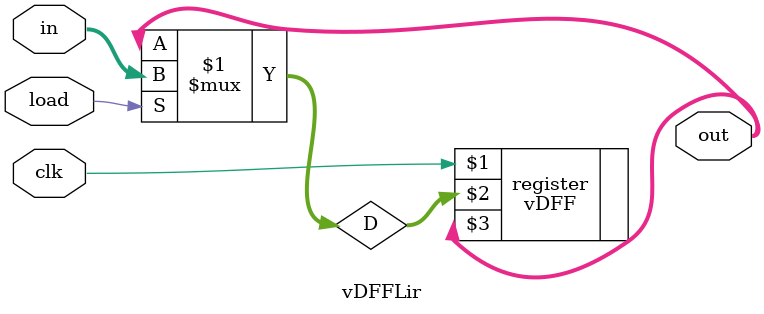
<source format=v>
module instruction_register(clk, in, load, out);
  input [15:0] in;
  input load, clk;
  output [15:0] out;

  vDFFLir irloaded(clk, load, in, out); //instantiating the loaded register
endmodule

module vDFFLir (clk, load, in, out); //code for a loaded register
input clk;
input [15:0] in;
output [15:0] out;
wire [15:0] D; 
input load;

vDFF #(16) register(clk, D, out);
assign D = load ?  in : out;
endmodule

</source>
